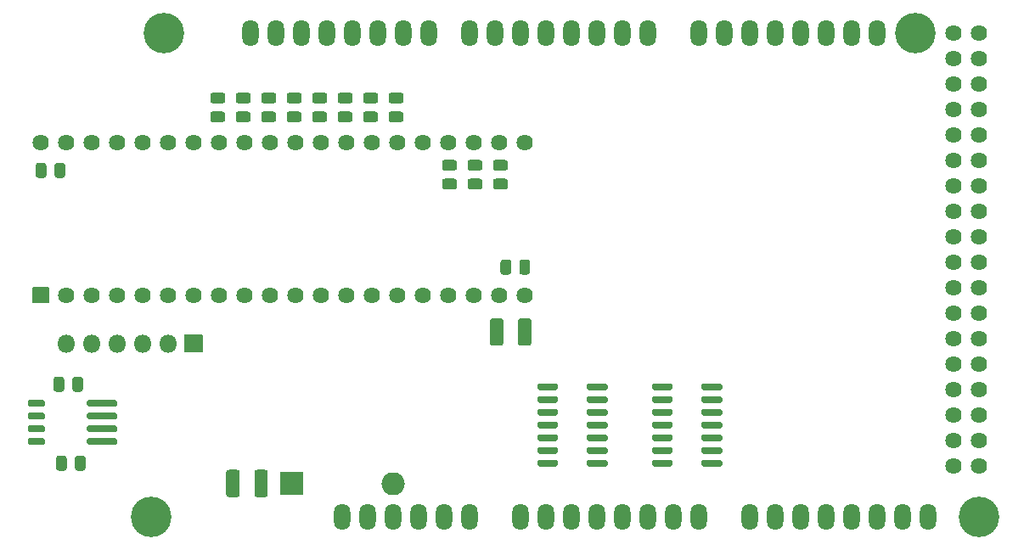
<source format=gts>
G04 #@! TF.GenerationSoftware,KiCad,Pcbnew,(5.1.7)-1*
G04 #@! TF.CreationDate,2021-04-14T19:18:07-03:00*
G04 #@! TF.ProjectId,BlackPill Adaptor,426c6163-6b50-4696-9c6c-204164617074,rev?*
G04 #@! TF.SameCoordinates,Original*
G04 #@! TF.FileFunction,Soldermask,Top*
G04 #@! TF.FilePolarity,Negative*
%FSLAX46Y46*%
G04 Gerber Fmt 4.6, Leading zero omitted, Abs format (unit mm)*
G04 Created by KiCad (PCBNEW (5.1.7)-1) date 2021-04-14 19:18:07*
%MOMM*%
%LPD*%
G01*
G04 APERTURE LIST*
%ADD10C,0.700000*%
%ADD11C,1.626000*%
%ADD12O,2.302000X2.302000*%
%ADD13O,1.802000X1.802000*%
%ADD14C,4.039000*%
%ADD15O,1.626000X2.642000*%
G04 APERTURE END LIST*
D10*
X109728000Y-114452400D02*
X111912400Y-114452400D01*
X109728000Y-115722400D02*
X111912400Y-115722400D01*
X109728000Y-116992400D02*
X111912400Y-116992400D01*
X109728000Y-118262400D02*
X111912400Y-118262400D01*
X109728000Y-114452400D02*
X111912400Y-114452400D01*
X109728000Y-115722400D02*
X111912400Y-115722400D01*
X109728000Y-116992400D02*
X111912400Y-116992400D01*
X109728000Y-118262400D02*
X111912400Y-118262400D01*
G36*
G01*
X110699000Y-114602500D02*
X110699000Y-114251500D01*
G75*
G02*
X110874500Y-114076000I175500J0D01*
G01*
X112225500Y-114076000D01*
G75*
G02*
X112401000Y-114251500I0J-175500D01*
G01*
X112401000Y-114602500D01*
G75*
G02*
X112225500Y-114778000I-175500J0D01*
G01*
X110874500Y-114778000D01*
G75*
G02*
X110699000Y-114602500I0J175500D01*
G01*
G37*
G36*
G01*
X110699000Y-115872500D02*
X110699000Y-115521500D01*
G75*
G02*
X110874500Y-115346000I175500J0D01*
G01*
X112225500Y-115346000D01*
G75*
G02*
X112401000Y-115521500I0J-175500D01*
G01*
X112401000Y-115872500D01*
G75*
G02*
X112225500Y-116048000I-175500J0D01*
G01*
X110874500Y-116048000D01*
G75*
G02*
X110699000Y-115872500I0J175500D01*
G01*
G37*
G36*
G01*
X110699000Y-117142500D02*
X110699000Y-116791500D01*
G75*
G02*
X110874500Y-116616000I175500J0D01*
G01*
X112225500Y-116616000D01*
G75*
G02*
X112401000Y-116791500I0J-175500D01*
G01*
X112401000Y-117142500D01*
G75*
G02*
X112225500Y-117318000I-175500J0D01*
G01*
X110874500Y-117318000D01*
G75*
G02*
X110699000Y-117142500I0J175500D01*
G01*
G37*
G36*
G01*
X110699000Y-118412500D02*
X110699000Y-118061500D01*
G75*
G02*
X110874500Y-117886000I175500J0D01*
G01*
X112225500Y-117886000D01*
G75*
G02*
X112401000Y-118061500I0J-175500D01*
G01*
X112401000Y-118412500D01*
G75*
G02*
X112225500Y-118588000I-175500J0D01*
G01*
X110874500Y-118588000D01*
G75*
G02*
X110699000Y-118412500I0J175500D01*
G01*
G37*
G36*
G01*
X103499000Y-118412500D02*
X103499000Y-118061500D01*
G75*
G02*
X103674500Y-117886000I175500J0D01*
G01*
X105025500Y-117886000D01*
G75*
G02*
X105201000Y-118061500I0J-175500D01*
G01*
X105201000Y-118412500D01*
G75*
G02*
X105025500Y-118588000I-175500J0D01*
G01*
X103674500Y-118588000D01*
G75*
G02*
X103499000Y-118412500I0J175500D01*
G01*
G37*
G36*
G01*
X103499000Y-117142500D02*
X103499000Y-116791500D01*
G75*
G02*
X103674500Y-116616000I175500J0D01*
G01*
X105025500Y-116616000D01*
G75*
G02*
X105201000Y-116791500I0J-175500D01*
G01*
X105201000Y-117142500D01*
G75*
G02*
X105025500Y-117318000I-175500J0D01*
G01*
X103674500Y-117318000D01*
G75*
G02*
X103499000Y-117142500I0J175500D01*
G01*
G37*
G36*
G01*
X103499000Y-115872500D02*
X103499000Y-115521500D01*
G75*
G02*
X103674500Y-115346000I175500J0D01*
G01*
X105025500Y-115346000D01*
G75*
G02*
X105201000Y-115521500I0J-175500D01*
G01*
X105201000Y-115872500D01*
G75*
G02*
X105025500Y-116048000I-175500J0D01*
G01*
X103674500Y-116048000D01*
G75*
G02*
X103499000Y-115872500I0J175500D01*
G01*
G37*
G36*
G01*
X103499000Y-114602500D02*
X103499000Y-114251500D01*
G75*
G02*
X103674500Y-114076000I175500J0D01*
G01*
X105025500Y-114076000D01*
G75*
G02*
X105201000Y-114251500I0J-175500D01*
G01*
X105201000Y-114602500D01*
G75*
G02*
X105025500Y-114778000I-175500J0D01*
G01*
X103674500Y-114778000D01*
G75*
G02*
X103499000Y-114602500I0J175500D01*
G01*
G37*
G36*
G01*
X170678000Y-112951500D02*
X170678000Y-112600500D01*
G75*
G02*
X170853500Y-112425000I175500J0D01*
G01*
X172554500Y-112425000D01*
G75*
G02*
X172730000Y-112600500I0J-175500D01*
G01*
X172730000Y-112951500D01*
G75*
G02*
X172554500Y-113127000I-175500J0D01*
G01*
X170853500Y-113127000D01*
G75*
G02*
X170678000Y-112951500I0J175500D01*
G01*
G37*
G36*
G01*
X170678000Y-114221500D02*
X170678000Y-113870500D01*
G75*
G02*
X170853500Y-113695000I175500J0D01*
G01*
X172554500Y-113695000D01*
G75*
G02*
X172730000Y-113870500I0J-175500D01*
G01*
X172730000Y-114221500D01*
G75*
G02*
X172554500Y-114397000I-175500J0D01*
G01*
X170853500Y-114397000D01*
G75*
G02*
X170678000Y-114221500I0J175500D01*
G01*
G37*
G36*
G01*
X170678000Y-115491500D02*
X170678000Y-115140500D01*
G75*
G02*
X170853500Y-114965000I175500J0D01*
G01*
X172554500Y-114965000D01*
G75*
G02*
X172730000Y-115140500I0J-175500D01*
G01*
X172730000Y-115491500D01*
G75*
G02*
X172554500Y-115667000I-175500J0D01*
G01*
X170853500Y-115667000D01*
G75*
G02*
X170678000Y-115491500I0J175500D01*
G01*
G37*
G36*
G01*
X170678000Y-116761500D02*
X170678000Y-116410500D01*
G75*
G02*
X170853500Y-116235000I175500J0D01*
G01*
X172554500Y-116235000D01*
G75*
G02*
X172730000Y-116410500I0J-175500D01*
G01*
X172730000Y-116761500D01*
G75*
G02*
X172554500Y-116937000I-175500J0D01*
G01*
X170853500Y-116937000D01*
G75*
G02*
X170678000Y-116761500I0J175500D01*
G01*
G37*
G36*
G01*
X170678000Y-118031500D02*
X170678000Y-117680500D01*
G75*
G02*
X170853500Y-117505000I175500J0D01*
G01*
X172554500Y-117505000D01*
G75*
G02*
X172730000Y-117680500I0J-175500D01*
G01*
X172730000Y-118031500D01*
G75*
G02*
X172554500Y-118207000I-175500J0D01*
G01*
X170853500Y-118207000D01*
G75*
G02*
X170678000Y-118031500I0J175500D01*
G01*
G37*
G36*
G01*
X170678000Y-119301500D02*
X170678000Y-118950500D01*
G75*
G02*
X170853500Y-118775000I175500J0D01*
G01*
X172554500Y-118775000D01*
G75*
G02*
X172730000Y-118950500I0J-175500D01*
G01*
X172730000Y-119301500D01*
G75*
G02*
X172554500Y-119477000I-175500J0D01*
G01*
X170853500Y-119477000D01*
G75*
G02*
X170678000Y-119301500I0J175500D01*
G01*
G37*
G36*
G01*
X170678000Y-120571500D02*
X170678000Y-120220500D01*
G75*
G02*
X170853500Y-120045000I175500J0D01*
G01*
X172554500Y-120045000D01*
G75*
G02*
X172730000Y-120220500I0J-175500D01*
G01*
X172730000Y-120571500D01*
G75*
G02*
X172554500Y-120747000I-175500J0D01*
G01*
X170853500Y-120747000D01*
G75*
G02*
X170678000Y-120571500I0J175500D01*
G01*
G37*
G36*
G01*
X165728000Y-120571500D02*
X165728000Y-120220500D01*
G75*
G02*
X165903500Y-120045000I175500J0D01*
G01*
X167604500Y-120045000D01*
G75*
G02*
X167780000Y-120220500I0J-175500D01*
G01*
X167780000Y-120571500D01*
G75*
G02*
X167604500Y-120747000I-175500J0D01*
G01*
X165903500Y-120747000D01*
G75*
G02*
X165728000Y-120571500I0J175500D01*
G01*
G37*
G36*
G01*
X165728000Y-119301500D02*
X165728000Y-118950500D01*
G75*
G02*
X165903500Y-118775000I175500J0D01*
G01*
X167604500Y-118775000D01*
G75*
G02*
X167780000Y-118950500I0J-175500D01*
G01*
X167780000Y-119301500D01*
G75*
G02*
X167604500Y-119477000I-175500J0D01*
G01*
X165903500Y-119477000D01*
G75*
G02*
X165728000Y-119301500I0J175500D01*
G01*
G37*
G36*
G01*
X165728000Y-118031500D02*
X165728000Y-117680500D01*
G75*
G02*
X165903500Y-117505000I175500J0D01*
G01*
X167604500Y-117505000D01*
G75*
G02*
X167780000Y-117680500I0J-175500D01*
G01*
X167780000Y-118031500D01*
G75*
G02*
X167604500Y-118207000I-175500J0D01*
G01*
X165903500Y-118207000D01*
G75*
G02*
X165728000Y-118031500I0J175500D01*
G01*
G37*
G36*
G01*
X165728000Y-116761500D02*
X165728000Y-116410500D01*
G75*
G02*
X165903500Y-116235000I175500J0D01*
G01*
X167604500Y-116235000D01*
G75*
G02*
X167780000Y-116410500I0J-175500D01*
G01*
X167780000Y-116761500D01*
G75*
G02*
X167604500Y-116937000I-175500J0D01*
G01*
X165903500Y-116937000D01*
G75*
G02*
X165728000Y-116761500I0J175500D01*
G01*
G37*
G36*
G01*
X165728000Y-115491500D02*
X165728000Y-115140500D01*
G75*
G02*
X165903500Y-114965000I175500J0D01*
G01*
X167604500Y-114965000D01*
G75*
G02*
X167780000Y-115140500I0J-175500D01*
G01*
X167780000Y-115491500D01*
G75*
G02*
X167604500Y-115667000I-175500J0D01*
G01*
X165903500Y-115667000D01*
G75*
G02*
X165728000Y-115491500I0J175500D01*
G01*
G37*
G36*
G01*
X165728000Y-114221500D02*
X165728000Y-113870500D01*
G75*
G02*
X165903500Y-113695000I175500J0D01*
G01*
X167604500Y-113695000D01*
G75*
G02*
X167780000Y-113870500I0J-175500D01*
G01*
X167780000Y-114221500D01*
G75*
G02*
X167604500Y-114397000I-175500J0D01*
G01*
X165903500Y-114397000D01*
G75*
G02*
X165728000Y-114221500I0J175500D01*
G01*
G37*
G36*
G01*
X165728000Y-112951500D02*
X165728000Y-112600500D01*
G75*
G02*
X165903500Y-112425000I175500J0D01*
G01*
X167604500Y-112425000D01*
G75*
G02*
X167780000Y-112600500I0J-175500D01*
G01*
X167780000Y-112951500D01*
G75*
G02*
X167604500Y-113127000I-175500J0D01*
G01*
X165903500Y-113127000D01*
G75*
G02*
X165728000Y-112951500I0J175500D01*
G01*
G37*
G36*
G01*
X121946250Y-85313500D02*
X122909750Y-85313500D01*
G75*
G02*
X123179000Y-85582750I0J-269250D01*
G01*
X123179000Y-86121250D01*
G75*
G02*
X122909750Y-86390500I-269250J0D01*
G01*
X121946250Y-86390500D01*
G75*
G02*
X121677000Y-86121250I0J269250D01*
G01*
X121677000Y-85582750D01*
G75*
G02*
X121946250Y-85313500I269250J0D01*
G01*
G37*
G36*
G01*
X121946250Y-83438500D02*
X122909750Y-83438500D01*
G75*
G02*
X123179000Y-83707750I0J-269250D01*
G01*
X123179000Y-84246250D01*
G75*
G02*
X122909750Y-84515500I-269250J0D01*
G01*
X121946250Y-84515500D01*
G75*
G02*
X121677000Y-84246250I0J269250D01*
G01*
X121677000Y-83707750D01*
G75*
G02*
X121946250Y-83438500I269250J0D01*
G01*
G37*
G36*
G01*
X124486250Y-85313500D02*
X125449750Y-85313500D01*
G75*
G02*
X125719000Y-85582750I0J-269250D01*
G01*
X125719000Y-86121250D01*
G75*
G02*
X125449750Y-86390500I-269250J0D01*
G01*
X124486250Y-86390500D01*
G75*
G02*
X124217000Y-86121250I0J269250D01*
G01*
X124217000Y-85582750D01*
G75*
G02*
X124486250Y-85313500I269250J0D01*
G01*
G37*
G36*
G01*
X124486250Y-83438500D02*
X125449750Y-83438500D01*
G75*
G02*
X125719000Y-83707750I0J-269250D01*
G01*
X125719000Y-84246250D01*
G75*
G02*
X125449750Y-84515500I-269250J0D01*
G01*
X124486250Y-84515500D01*
G75*
G02*
X124217000Y-84246250I0J269250D01*
G01*
X124217000Y-83707750D01*
G75*
G02*
X124486250Y-83438500I269250J0D01*
G01*
G37*
G36*
G01*
X127026250Y-85313500D02*
X127989750Y-85313500D01*
G75*
G02*
X128259000Y-85582750I0J-269250D01*
G01*
X128259000Y-86121250D01*
G75*
G02*
X127989750Y-86390500I-269250J0D01*
G01*
X127026250Y-86390500D01*
G75*
G02*
X126757000Y-86121250I0J269250D01*
G01*
X126757000Y-85582750D01*
G75*
G02*
X127026250Y-85313500I269250J0D01*
G01*
G37*
G36*
G01*
X127026250Y-83438500D02*
X127989750Y-83438500D01*
G75*
G02*
X128259000Y-83707750I0J-269250D01*
G01*
X128259000Y-84246250D01*
G75*
G02*
X127989750Y-84515500I-269250J0D01*
G01*
X127026250Y-84515500D01*
G75*
G02*
X126757000Y-84246250I0J269250D01*
G01*
X126757000Y-83707750D01*
G75*
G02*
X127026250Y-83438500I269250J0D01*
G01*
G37*
G36*
G01*
X129566250Y-85313500D02*
X130529750Y-85313500D01*
G75*
G02*
X130799000Y-85582750I0J-269250D01*
G01*
X130799000Y-86121250D01*
G75*
G02*
X130529750Y-86390500I-269250J0D01*
G01*
X129566250Y-86390500D01*
G75*
G02*
X129297000Y-86121250I0J269250D01*
G01*
X129297000Y-85582750D01*
G75*
G02*
X129566250Y-85313500I269250J0D01*
G01*
G37*
G36*
G01*
X129566250Y-83438500D02*
X130529750Y-83438500D01*
G75*
G02*
X130799000Y-83707750I0J-269250D01*
G01*
X130799000Y-84246250D01*
G75*
G02*
X130529750Y-84515500I-269250J0D01*
G01*
X129566250Y-84515500D01*
G75*
G02*
X129297000Y-84246250I0J269250D01*
G01*
X129297000Y-83707750D01*
G75*
G02*
X129566250Y-83438500I269250J0D01*
G01*
G37*
G36*
G01*
X132106250Y-85313500D02*
X133069750Y-85313500D01*
G75*
G02*
X133339000Y-85582750I0J-269250D01*
G01*
X133339000Y-86121250D01*
G75*
G02*
X133069750Y-86390500I-269250J0D01*
G01*
X132106250Y-86390500D01*
G75*
G02*
X131837000Y-86121250I0J269250D01*
G01*
X131837000Y-85582750D01*
G75*
G02*
X132106250Y-85313500I269250J0D01*
G01*
G37*
G36*
G01*
X132106250Y-83438500D02*
X133069750Y-83438500D01*
G75*
G02*
X133339000Y-83707750I0J-269250D01*
G01*
X133339000Y-84246250D01*
G75*
G02*
X133069750Y-84515500I-269250J0D01*
G01*
X132106250Y-84515500D01*
G75*
G02*
X131837000Y-84246250I0J269250D01*
G01*
X131837000Y-83707750D01*
G75*
G02*
X132106250Y-83438500I269250J0D01*
G01*
G37*
G36*
G01*
X134646250Y-85313500D02*
X135609750Y-85313500D01*
G75*
G02*
X135879000Y-85582750I0J-269250D01*
G01*
X135879000Y-86121250D01*
G75*
G02*
X135609750Y-86390500I-269250J0D01*
G01*
X134646250Y-86390500D01*
G75*
G02*
X134377000Y-86121250I0J269250D01*
G01*
X134377000Y-85582750D01*
G75*
G02*
X134646250Y-85313500I269250J0D01*
G01*
G37*
G36*
G01*
X134646250Y-83438500D02*
X135609750Y-83438500D01*
G75*
G02*
X135879000Y-83707750I0J-269250D01*
G01*
X135879000Y-84246250D01*
G75*
G02*
X135609750Y-84515500I-269250J0D01*
G01*
X134646250Y-84515500D01*
G75*
G02*
X134377000Y-84246250I0J269250D01*
G01*
X134377000Y-83707750D01*
G75*
G02*
X134646250Y-83438500I269250J0D01*
G01*
G37*
G36*
G01*
X137186250Y-85313500D02*
X138149750Y-85313500D01*
G75*
G02*
X138419000Y-85582750I0J-269250D01*
G01*
X138419000Y-86121250D01*
G75*
G02*
X138149750Y-86390500I-269250J0D01*
G01*
X137186250Y-86390500D01*
G75*
G02*
X136917000Y-86121250I0J269250D01*
G01*
X136917000Y-85582750D01*
G75*
G02*
X137186250Y-85313500I269250J0D01*
G01*
G37*
G36*
G01*
X137186250Y-83438500D02*
X138149750Y-83438500D01*
G75*
G02*
X138419000Y-83707750I0J-269250D01*
G01*
X138419000Y-84246250D01*
G75*
G02*
X138149750Y-84515500I-269250J0D01*
G01*
X137186250Y-84515500D01*
G75*
G02*
X136917000Y-84246250I0J269250D01*
G01*
X136917000Y-83707750D01*
G75*
G02*
X137186250Y-83438500I269250J0D01*
G01*
G37*
D11*
X104775000Y-88392000D03*
X107315000Y-88392000D03*
X109855000Y-88392000D03*
X112395000Y-88392000D03*
X114935000Y-88392000D03*
X117475000Y-88392000D03*
X120015000Y-88392000D03*
X122555000Y-88392000D03*
X125095000Y-88392000D03*
X127635000Y-88392000D03*
X130175000Y-88392000D03*
X132715000Y-88392000D03*
X135255000Y-88392000D03*
X137795000Y-88392000D03*
X140335000Y-88392000D03*
X142875000Y-88392000D03*
X145415000Y-88392000D03*
X147955000Y-88392000D03*
X150495000Y-88392000D03*
X153035000Y-88392000D03*
X153035000Y-103632000D03*
X150495000Y-103632000D03*
X147955000Y-103632000D03*
X145415000Y-103632000D03*
X142875000Y-103632000D03*
X140335000Y-103632000D03*
X137795000Y-103632000D03*
X135255000Y-103632000D03*
X132715000Y-103632000D03*
X130175000Y-103632000D03*
X127635000Y-103632000D03*
X125095000Y-103632000D03*
X122555000Y-103632000D03*
X120015000Y-103632000D03*
X117475000Y-103632000D03*
X114935000Y-103632000D03*
X112395000Y-103632000D03*
X109855000Y-103632000D03*
X107315000Y-103632000D03*
G36*
G01*
X105537000Y-104445000D02*
X104013000Y-104445000D01*
G75*
G02*
X103962000Y-104394000I0J51000D01*
G01*
X103962000Y-102870000D01*
G75*
G02*
X104013000Y-102819000I51000J0D01*
G01*
X105537000Y-102819000D01*
G75*
G02*
X105588000Y-102870000I0J-51000D01*
G01*
X105588000Y-104394000D01*
G75*
G02*
X105537000Y-104445000I-51000J0D01*
G01*
G37*
D12*
X139954000Y-122428000D03*
G36*
G01*
X128643000Y-123528000D02*
X128643000Y-121328000D01*
G75*
G02*
X128694000Y-121277000I51000J0D01*
G01*
X130894000Y-121277000D01*
G75*
G02*
X130945000Y-121328000I0J-51000D01*
G01*
X130945000Y-123528000D01*
G75*
G02*
X130894000Y-123579000I-51000J0D01*
G01*
X128694000Y-123579000D01*
G75*
G02*
X128643000Y-123528000I0J51000D01*
G01*
G37*
G36*
G01*
X107375500Y-119914250D02*
X107375500Y-120877750D01*
G75*
G02*
X107106250Y-121147000I-269250J0D01*
G01*
X106567750Y-121147000D01*
G75*
G02*
X106298500Y-120877750I0J269250D01*
G01*
X106298500Y-119914250D01*
G75*
G02*
X106567750Y-119645000I269250J0D01*
G01*
X107106250Y-119645000D01*
G75*
G02*
X107375500Y-119914250I0J-269250D01*
G01*
G37*
G36*
G01*
X109250500Y-119914250D02*
X109250500Y-120877750D01*
G75*
G02*
X108981250Y-121147000I-269250J0D01*
G01*
X108442750Y-121147000D01*
G75*
G02*
X108173500Y-120877750I0J269250D01*
G01*
X108173500Y-119914250D01*
G75*
G02*
X108442750Y-119645000I269250J0D01*
G01*
X108981250Y-119645000D01*
G75*
G02*
X109250500Y-119914250I0J-269250D01*
G01*
G37*
D13*
X107315000Y-108458000D03*
X109855000Y-108458000D03*
X112395000Y-108458000D03*
X114935000Y-108458000D03*
X117475000Y-108458000D03*
G36*
G01*
X119165000Y-107557000D02*
X120865000Y-107557000D01*
G75*
G02*
X120916000Y-107608000I0J-51000D01*
G01*
X120916000Y-109308000D01*
G75*
G02*
X120865000Y-109359000I-51000J0D01*
G01*
X119165000Y-109359000D01*
G75*
G02*
X119114000Y-109308000I0J51000D01*
G01*
X119114000Y-107608000D01*
G75*
G02*
X119165000Y-107557000I51000J0D01*
G01*
G37*
G36*
G01*
X106141500Y-91667750D02*
X106141500Y-90704250D01*
G75*
G02*
X106410750Y-90435000I269250J0D01*
G01*
X106949250Y-90435000D01*
G75*
G02*
X107218500Y-90704250I0J-269250D01*
G01*
X107218500Y-91667750D01*
G75*
G02*
X106949250Y-91937000I-269250J0D01*
G01*
X106410750Y-91937000D01*
G75*
G02*
X106141500Y-91667750I0J269250D01*
G01*
G37*
G36*
G01*
X104266500Y-91667750D02*
X104266500Y-90704250D01*
G75*
G02*
X104535750Y-90435000I269250J0D01*
G01*
X105074250Y-90435000D01*
G75*
G02*
X105343500Y-90704250I0J-269250D01*
G01*
X105343500Y-91667750D01*
G75*
G02*
X105074250Y-91937000I-269250J0D01*
G01*
X104535750Y-91937000D01*
G75*
G02*
X104266500Y-91667750I0J269250D01*
G01*
G37*
G36*
G01*
X147600250Y-92014500D02*
X148563750Y-92014500D01*
G75*
G02*
X148833000Y-92283750I0J-269250D01*
G01*
X148833000Y-92822250D01*
G75*
G02*
X148563750Y-93091500I-269250J0D01*
G01*
X147600250Y-93091500D01*
G75*
G02*
X147331000Y-92822250I0J269250D01*
G01*
X147331000Y-92283750D01*
G75*
G02*
X147600250Y-92014500I269250J0D01*
G01*
G37*
G36*
G01*
X147600250Y-90139500D02*
X148563750Y-90139500D01*
G75*
G02*
X148833000Y-90408750I0J-269250D01*
G01*
X148833000Y-90947250D01*
G75*
G02*
X148563750Y-91216500I-269250J0D01*
G01*
X147600250Y-91216500D01*
G75*
G02*
X147331000Y-90947250I0J269250D01*
G01*
X147331000Y-90408750D01*
G75*
G02*
X147600250Y-90139500I269250J0D01*
G01*
G37*
G36*
G01*
X145060250Y-92014500D02*
X146023750Y-92014500D01*
G75*
G02*
X146293000Y-92283750I0J-269250D01*
G01*
X146293000Y-92822250D01*
G75*
G02*
X146023750Y-93091500I-269250J0D01*
G01*
X145060250Y-93091500D01*
G75*
G02*
X144791000Y-92822250I0J269250D01*
G01*
X144791000Y-92283750D01*
G75*
G02*
X145060250Y-92014500I269250J0D01*
G01*
G37*
G36*
G01*
X145060250Y-90139500D02*
X146023750Y-90139500D01*
G75*
G02*
X146293000Y-90408750I0J-269250D01*
G01*
X146293000Y-90947250D01*
G75*
G02*
X146023750Y-91216500I-269250J0D01*
G01*
X145060250Y-91216500D01*
G75*
G02*
X144791000Y-90947250I0J269250D01*
G01*
X144791000Y-90408750D01*
G75*
G02*
X145060250Y-90139500I269250J0D01*
G01*
G37*
G36*
G01*
X150140250Y-92014500D02*
X151103750Y-92014500D01*
G75*
G02*
X151373000Y-92283750I0J-269250D01*
G01*
X151373000Y-92822250D01*
G75*
G02*
X151103750Y-93091500I-269250J0D01*
G01*
X150140250Y-93091500D01*
G75*
G02*
X149871000Y-92822250I0J269250D01*
G01*
X149871000Y-92283750D01*
G75*
G02*
X150140250Y-92014500I269250J0D01*
G01*
G37*
G36*
G01*
X150140250Y-90139500D02*
X151103750Y-90139500D01*
G75*
G02*
X151373000Y-90408750I0J-269250D01*
G01*
X151373000Y-90947250D01*
G75*
G02*
X151103750Y-91216500I-269250J0D01*
G01*
X150140250Y-91216500D01*
G75*
G02*
X149871000Y-90947250I0J269250D01*
G01*
X149871000Y-90408750D01*
G75*
G02*
X150140250Y-90139500I269250J0D01*
G01*
G37*
G36*
G01*
X159248000Y-112951500D02*
X159248000Y-112600500D01*
G75*
G02*
X159423500Y-112425000I175500J0D01*
G01*
X161124500Y-112425000D01*
G75*
G02*
X161300000Y-112600500I0J-175500D01*
G01*
X161300000Y-112951500D01*
G75*
G02*
X161124500Y-113127000I-175500J0D01*
G01*
X159423500Y-113127000D01*
G75*
G02*
X159248000Y-112951500I0J175500D01*
G01*
G37*
G36*
G01*
X159248000Y-114221500D02*
X159248000Y-113870500D01*
G75*
G02*
X159423500Y-113695000I175500J0D01*
G01*
X161124500Y-113695000D01*
G75*
G02*
X161300000Y-113870500I0J-175500D01*
G01*
X161300000Y-114221500D01*
G75*
G02*
X161124500Y-114397000I-175500J0D01*
G01*
X159423500Y-114397000D01*
G75*
G02*
X159248000Y-114221500I0J175500D01*
G01*
G37*
G36*
G01*
X159248000Y-115491500D02*
X159248000Y-115140500D01*
G75*
G02*
X159423500Y-114965000I175500J0D01*
G01*
X161124500Y-114965000D01*
G75*
G02*
X161300000Y-115140500I0J-175500D01*
G01*
X161300000Y-115491500D01*
G75*
G02*
X161124500Y-115667000I-175500J0D01*
G01*
X159423500Y-115667000D01*
G75*
G02*
X159248000Y-115491500I0J175500D01*
G01*
G37*
G36*
G01*
X159248000Y-116761500D02*
X159248000Y-116410500D01*
G75*
G02*
X159423500Y-116235000I175500J0D01*
G01*
X161124500Y-116235000D01*
G75*
G02*
X161300000Y-116410500I0J-175500D01*
G01*
X161300000Y-116761500D01*
G75*
G02*
X161124500Y-116937000I-175500J0D01*
G01*
X159423500Y-116937000D01*
G75*
G02*
X159248000Y-116761500I0J175500D01*
G01*
G37*
G36*
G01*
X159248000Y-118031500D02*
X159248000Y-117680500D01*
G75*
G02*
X159423500Y-117505000I175500J0D01*
G01*
X161124500Y-117505000D01*
G75*
G02*
X161300000Y-117680500I0J-175500D01*
G01*
X161300000Y-118031500D01*
G75*
G02*
X161124500Y-118207000I-175500J0D01*
G01*
X159423500Y-118207000D01*
G75*
G02*
X159248000Y-118031500I0J175500D01*
G01*
G37*
G36*
G01*
X159248000Y-119301500D02*
X159248000Y-118950500D01*
G75*
G02*
X159423500Y-118775000I175500J0D01*
G01*
X161124500Y-118775000D01*
G75*
G02*
X161300000Y-118950500I0J-175500D01*
G01*
X161300000Y-119301500D01*
G75*
G02*
X161124500Y-119477000I-175500J0D01*
G01*
X159423500Y-119477000D01*
G75*
G02*
X159248000Y-119301500I0J175500D01*
G01*
G37*
G36*
G01*
X159248000Y-120571500D02*
X159248000Y-120220500D01*
G75*
G02*
X159423500Y-120045000I175500J0D01*
G01*
X161124500Y-120045000D01*
G75*
G02*
X161300000Y-120220500I0J-175500D01*
G01*
X161300000Y-120571500D01*
G75*
G02*
X161124500Y-120747000I-175500J0D01*
G01*
X159423500Y-120747000D01*
G75*
G02*
X159248000Y-120571500I0J175500D01*
G01*
G37*
G36*
G01*
X154298000Y-120571500D02*
X154298000Y-120220500D01*
G75*
G02*
X154473500Y-120045000I175500J0D01*
G01*
X156174500Y-120045000D01*
G75*
G02*
X156350000Y-120220500I0J-175500D01*
G01*
X156350000Y-120571500D01*
G75*
G02*
X156174500Y-120747000I-175500J0D01*
G01*
X154473500Y-120747000D01*
G75*
G02*
X154298000Y-120571500I0J175500D01*
G01*
G37*
G36*
G01*
X154298000Y-119301500D02*
X154298000Y-118950500D01*
G75*
G02*
X154473500Y-118775000I175500J0D01*
G01*
X156174500Y-118775000D01*
G75*
G02*
X156350000Y-118950500I0J-175500D01*
G01*
X156350000Y-119301500D01*
G75*
G02*
X156174500Y-119477000I-175500J0D01*
G01*
X154473500Y-119477000D01*
G75*
G02*
X154298000Y-119301500I0J175500D01*
G01*
G37*
G36*
G01*
X154298000Y-118031500D02*
X154298000Y-117680500D01*
G75*
G02*
X154473500Y-117505000I175500J0D01*
G01*
X156174500Y-117505000D01*
G75*
G02*
X156350000Y-117680500I0J-175500D01*
G01*
X156350000Y-118031500D01*
G75*
G02*
X156174500Y-118207000I-175500J0D01*
G01*
X154473500Y-118207000D01*
G75*
G02*
X154298000Y-118031500I0J175500D01*
G01*
G37*
G36*
G01*
X154298000Y-116761500D02*
X154298000Y-116410500D01*
G75*
G02*
X154473500Y-116235000I175500J0D01*
G01*
X156174500Y-116235000D01*
G75*
G02*
X156350000Y-116410500I0J-175500D01*
G01*
X156350000Y-116761500D01*
G75*
G02*
X156174500Y-116937000I-175500J0D01*
G01*
X154473500Y-116937000D01*
G75*
G02*
X154298000Y-116761500I0J175500D01*
G01*
G37*
G36*
G01*
X154298000Y-115491500D02*
X154298000Y-115140500D01*
G75*
G02*
X154473500Y-114965000I175500J0D01*
G01*
X156174500Y-114965000D01*
G75*
G02*
X156350000Y-115140500I0J-175500D01*
G01*
X156350000Y-115491500D01*
G75*
G02*
X156174500Y-115667000I-175500J0D01*
G01*
X154473500Y-115667000D01*
G75*
G02*
X154298000Y-115491500I0J175500D01*
G01*
G37*
G36*
G01*
X154298000Y-114221500D02*
X154298000Y-113870500D01*
G75*
G02*
X154473500Y-113695000I175500J0D01*
G01*
X156174500Y-113695000D01*
G75*
G02*
X156350000Y-113870500I0J-175500D01*
G01*
X156350000Y-114221500D01*
G75*
G02*
X156174500Y-114397000I-175500J0D01*
G01*
X154473500Y-114397000D01*
G75*
G02*
X154298000Y-114221500I0J175500D01*
G01*
G37*
G36*
G01*
X154298000Y-112951500D02*
X154298000Y-112600500D01*
G75*
G02*
X154473500Y-112425000I175500J0D01*
G01*
X156174500Y-112425000D01*
G75*
G02*
X156350000Y-112600500I0J-175500D01*
G01*
X156350000Y-112951500D01*
G75*
G02*
X156174500Y-113127000I-175500J0D01*
G01*
X154473500Y-113127000D01*
G75*
G02*
X154298000Y-112951500I0J175500D01*
G01*
G37*
D11*
X198374000Y-120650000D03*
X195834000Y-120650000D03*
X198374000Y-118110000D03*
X195834000Y-118110000D03*
X198374000Y-115570000D03*
X195834000Y-115570000D03*
X198374000Y-113030000D03*
X195834000Y-113030000D03*
X198374000Y-110490000D03*
X195834000Y-110490000D03*
X198374000Y-107950000D03*
X195834000Y-107950000D03*
X198374000Y-105410000D03*
X195834000Y-105410000D03*
X198374000Y-102870000D03*
X195834000Y-102870000D03*
X198374000Y-100330000D03*
X195834000Y-100330000D03*
X198374000Y-97790000D03*
X195834000Y-97790000D03*
X198374000Y-95250000D03*
X195834000Y-95250000D03*
X198374000Y-92710000D03*
X195834000Y-92710000D03*
X195834000Y-90170000D03*
X198374000Y-90170000D03*
X198374000Y-77470000D03*
X195834000Y-77470000D03*
X198374000Y-87630000D03*
X195834000Y-87630000D03*
X198374000Y-85090000D03*
X195834000Y-85090000D03*
X198374000Y-82550000D03*
X195834000Y-82550000D03*
X198374000Y-80010000D03*
X195834000Y-80010000D03*
D14*
X115824000Y-125730000D03*
X117094000Y-77470000D03*
X192024000Y-77470000D03*
X198374000Y-125730000D03*
D15*
X139954000Y-125730000D03*
X125730000Y-77470000D03*
X128270000Y-77470000D03*
X130810000Y-77470000D03*
X133350000Y-77470000D03*
X135890000Y-77470000D03*
X138430000Y-77470000D03*
X140970000Y-77470000D03*
X143510000Y-77470000D03*
X147574000Y-77470000D03*
X150114000Y-77470000D03*
X152654000Y-77470000D03*
X155194000Y-77470000D03*
X157734000Y-77470000D03*
X160274000Y-77470000D03*
X162814000Y-77470000D03*
X165354000Y-77470000D03*
X134874000Y-125730000D03*
X137414000Y-125730000D03*
X142494000Y-125730000D03*
X145034000Y-125730000D03*
X147574000Y-125730000D03*
X157734000Y-125730000D03*
X155194000Y-125730000D03*
X152654000Y-125730000D03*
X160274000Y-125730000D03*
X162814000Y-125730000D03*
X165354000Y-125730000D03*
X183134000Y-125730000D03*
X180594000Y-125730000D03*
X178054000Y-125730000D03*
X167894000Y-125730000D03*
X170434000Y-125730000D03*
X175514000Y-125730000D03*
X185674000Y-125730000D03*
X188214000Y-125730000D03*
X190754000Y-125730000D03*
X193294000Y-125730000D03*
X188214000Y-77470000D03*
X185674000Y-77470000D03*
X183134000Y-77470000D03*
X180594000Y-77470000D03*
X178054000Y-77470000D03*
X175514000Y-77470000D03*
X172974000Y-77470000D03*
X170434000Y-77470000D03*
G36*
G01*
X107919500Y-113003750D02*
X107919500Y-112040250D01*
G75*
G02*
X108188750Y-111771000I269250J0D01*
G01*
X108727250Y-111771000D01*
G75*
G02*
X108996500Y-112040250I0J-269250D01*
G01*
X108996500Y-113003750D01*
G75*
G02*
X108727250Y-113273000I-269250J0D01*
G01*
X108188750Y-113273000D01*
G75*
G02*
X107919500Y-113003750I0J269250D01*
G01*
G37*
G36*
G01*
X106044500Y-113003750D02*
X106044500Y-112040250D01*
G75*
G02*
X106313750Y-111771000I269250J0D01*
G01*
X106852250Y-111771000D01*
G75*
G02*
X107121500Y-112040250I0J-269250D01*
G01*
X107121500Y-113003750D01*
G75*
G02*
X106852250Y-113273000I-269250J0D01*
G01*
X106313750Y-113273000D01*
G75*
G02*
X106044500Y-113003750I0J269250D01*
G01*
G37*
G36*
G01*
X139726250Y-85313500D02*
X140689750Y-85313500D01*
G75*
G02*
X140959000Y-85582750I0J-269250D01*
G01*
X140959000Y-86121250D01*
G75*
G02*
X140689750Y-86390500I-269250J0D01*
G01*
X139726250Y-86390500D01*
G75*
G02*
X139457000Y-86121250I0J269250D01*
G01*
X139457000Y-85582750D01*
G75*
G02*
X139726250Y-85313500I269250J0D01*
G01*
G37*
G36*
G01*
X139726250Y-83438500D02*
X140689750Y-83438500D01*
G75*
G02*
X140959000Y-83707750I0J-269250D01*
G01*
X140959000Y-84246250D01*
G75*
G02*
X140689750Y-84515500I-269250J0D01*
G01*
X139726250Y-84515500D01*
G75*
G02*
X139457000Y-84246250I0J269250D01*
G01*
X139457000Y-83707750D01*
G75*
G02*
X139726250Y-83438500I269250J0D01*
G01*
G37*
G36*
G01*
X124628000Y-121322400D02*
X124628000Y-123533600D01*
G75*
G02*
X124357600Y-123804000I-270400J0D01*
G01*
X123546400Y-123804000D01*
G75*
G02*
X123276000Y-123533600I0J270400D01*
G01*
X123276000Y-121322400D01*
G75*
G02*
X123546400Y-121052000I270400J0D01*
G01*
X124357600Y-121052000D01*
G75*
G02*
X124628000Y-121322400I0J-270400D01*
G01*
G37*
G36*
G01*
X127428000Y-121322400D02*
X127428000Y-123533600D01*
G75*
G02*
X127157600Y-123804000I-270400J0D01*
G01*
X126346400Y-123804000D01*
G75*
G02*
X126076000Y-123533600I0J270400D01*
G01*
X126076000Y-121322400D01*
G75*
G02*
X126346400Y-121052000I270400J0D01*
G01*
X127157600Y-121052000D01*
G75*
G02*
X127428000Y-121322400I0J-270400D01*
G01*
G37*
G36*
G01*
X150911000Y-106209400D02*
X150911000Y-108420600D01*
G75*
G02*
X150640600Y-108691000I-270400J0D01*
G01*
X149829400Y-108691000D01*
G75*
G02*
X149559000Y-108420600I0J270400D01*
G01*
X149559000Y-106209400D01*
G75*
G02*
X149829400Y-105939000I270400J0D01*
G01*
X150640600Y-105939000D01*
G75*
G02*
X150911000Y-106209400I0J-270400D01*
G01*
G37*
G36*
G01*
X153711000Y-106209400D02*
X153711000Y-108420600D01*
G75*
G02*
X153440600Y-108691000I-270400J0D01*
G01*
X152629400Y-108691000D01*
G75*
G02*
X152359000Y-108420600I0J270400D01*
G01*
X152359000Y-106209400D01*
G75*
G02*
X152629400Y-105939000I270400J0D01*
G01*
X153440600Y-105939000D01*
G75*
G02*
X153711000Y-106209400I0J-270400D01*
G01*
G37*
G36*
G01*
X151698500Y-100356250D02*
X151698500Y-101319750D01*
G75*
G02*
X151429250Y-101589000I-269250J0D01*
G01*
X150890750Y-101589000D01*
G75*
G02*
X150621500Y-101319750I0J269250D01*
G01*
X150621500Y-100356250D01*
G75*
G02*
X150890750Y-100087000I269250J0D01*
G01*
X151429250Y-100087000D01*
G75*
G02*
X151698500Y-100356250I0J-269250D01*
G01*
G37*
G36*
G01*
X153573500Y-100356250D02*
X153573500Y-101319750D01*
G75*
G02*
X153304250Y-101589000I-269250J0D01*
G01*
X152765750Y-101589000D01*
G75*
G02*
X152496500Y-101319750I0J269250D01*
G01*
X152496500Y-100356250D01*
G75*
G02*
X152765750Y-100087000I269250J0D01*
G01*
X153304250Y-100087000D01*
G75*
G02*
X153573500Y-100356250I0J-269250D01*
G01*
G37*
M02*

</source>
